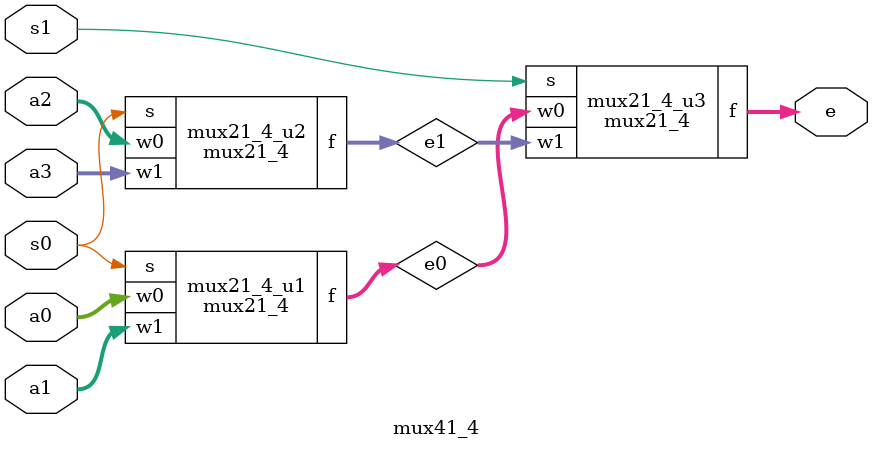
<source format=v>
module mux21_4
	(
	input s,
	input wire [3:0] w0, w1,
	output wire [3:0] f
	);
	assign f=s? w1:w0;
endmodule

module mux41_4
	(
	input s0, s1,
	input wire [3:0] a0, a1, a2, a3,
	output wire [3:0] e
	);
	wire [3:0] e0, e1;
	
	mux21_4 mux21_4_u1(.s(s0), .w0(a0), .w1(a1), .f(e0));
	mux21_4 mux21_4_u2(.s(s0), .w0(a2), .w1(a3), .f(e1));
	mux21_4 mux21_4_u3(.s(s1), .w0(e0), .w1(e1), .f(e));
	//assign e=s1? e1:e0;
	
endmodule

</source>
